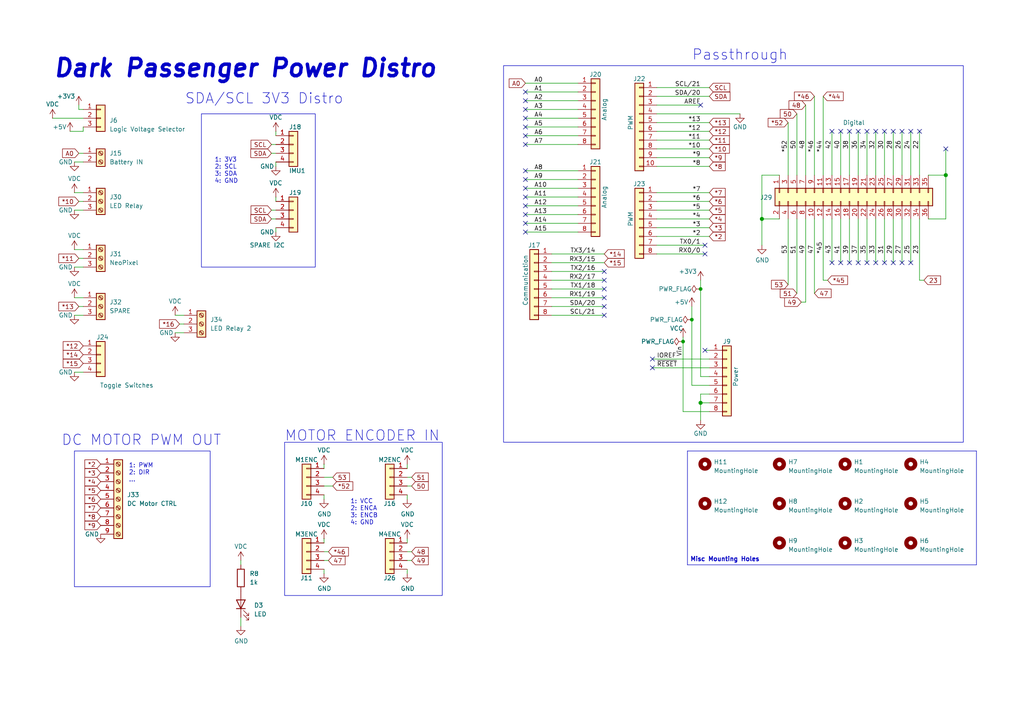
<source format=kicad_sch>
(kicad_sch (version 20250114) (generator "eeschema") (generator_version "9.0")
  (paper "A4")
  (title_block (title "Dark Passenger Power Distro Schematic") (date "2025-03-18") (rev "V2") (comment 1 "Email: ranil.ganlath@gmail.com") (comment 2 "Author: Ranil Ganlath"))
  (lib_symbols
    (symbol "Connector:Screw_Terminal_01x02" (pin_names (offset 1.016) (hide yes))
      (property "Reference" "J" (at 0 2.54 0))
      (property "Value" "Screw_Terminal_01x02" (at 0 -5.08 0))
      (symbol "Screw_Terminal_01x02_1_1"
        (pin passive line (at -5.08 0 0) (length 3.81) (name "Pin_1") (number "1"))
        (pin passive line (at -5.08 -2.54 0) (length 3.81) (name "Pin_2") (number "2"))
      )
    )
    (symbol "Connector:Screw_Terminal_01x03" (pin_names (offset 1.016) (hide yes))
      (property "Reference" "J" (at 0 5.08 0))
      (property "Value" "Screw_Terminal_01x03" (at 0 -5.08 0))
      (symbol "Screw_Terminal_01x03_1_1"
        (pin passive line (at -5.08 2.54 0) (length 3.81) (name "Pin_1") (number "1"))
        (pin passive line (at -5.08 0 0) (length 3.81) (name "Pin_2") (number "2"))
        (pin passive line (at -5.08 -2.54 0) (length 3.81) (name "Pin_3") (number "3"))
      )
    )
    (symbol "Connector:Screw_Terminal_01x09" (pin_names (offset 1.016) (hide yes))
      (property "Reference" "J" (at 0 12.7 0))
      (property "Value" "Screw_Terminal_01x09" (at 0 -12.7 0))
      (symbol "Screw_Terminal_01x09_1_1"
        (pin passive line (at -5.08 10.16 0) (length 3.81) (name "Pin_1") (number "1"))
        (pin passive line (at -5.08 7.62 0) (length 3.81) (name "Pin_2") (number "2"))
        (pin passive line (at -5.08 5.08 0) (length 3.81) (name "Pin_3") (number "3"))
        (pin passive line (at -5.08 2.54 0) (length 3.81) (name "Pin_4") (number "4"))
        (pin passive line (at -5.08 0 0) (length 3.81) (name "Pin_5") (number "5"))
        (pin passive line (at -5.08 -2.54 0) (length 3.81) (name "Pin_6") (number "6"))
        (pin passive line (at -5.08 -5.08 0) (length 3.81) (name "Pin_7") (number "7"))
        (pin passive line (at -5.08 -7.62 0) (length 3.81) (name "Pin_8") (number "8"))
        (pin passive line (at -5.08 -10.16 0) (length 3.81) (name "Pin_9") (number "9"))
      )
    )
    (symbol "Connector_Generic:Conn_01x03" (pin_names (offset 1.016) (hide yes))
      (property "Reference" "J" (at 0 5.08 0))
      (property "Value" "Conn_01x03" (at 0 -5.08 0))
      (symbol "Conn_01x03_1_1"
        (pin passive line (at -5.08 2.54 0) (length 3.81) (name "Pin_1") (number "1"))
        (pin passive line (at -5.08 0 0) (length 3.81) (name "Pin_2") (number "2"))
        (pin passive line (at -5.08 -2.54 0) (length 3.81) (name "Pin_3") (number "3"))
      )
    )
    (symbol "Connector_Generic:Conn_01x04" (pin_names (offset 1.016) (hide yes))
      (property "Reference" "J" (at 0 5.08 0))
      (property "Value" "Conn_01x04" (at 0 -7.62 0))
      (symbol "Conn_01x04_1_1"
        (pin passive line (at -5.08 2.54 0) (length 3.81) (name "Pin_1") (number "1"))
        (pin passive line (at -5.08 0 0) (length 3.81) (name "Pin_2") (number "2"))
        (pin passive line (at -5.08 -2.54 0) (length 3.81) (name "Pin_3") (number "3"))
        (pin passive line (at -5.08 -5.08 0) (length 3.81) (name "Pin_4") (number "4"))
      )
    )
    (symbol "Connector_Generic:Conn_01x08" (pin_names (offset 1.016) (hide yes))
      (property "Reference" "J" (at 0 10.16 0))
      (property "Value" "Conn_01x08" (at 0 -12.7 0))
      (symbol "Conn_01x08_1_1"
        (pin passive line (at -5.08 7.62 0) (length 3.81) (name "Pin_1") (number "1"))
        (pin passive line (at -5.08 5.08 0) (length 3.81) (name "Pin_2") (number "2"))
        (pin passive line (at -5.08 2.54 0) (length 3.81) (name "Pin_3") (number "3"))
        (pin passive line (at -5.08 0 0) (length 3.81) (name "Pin_4") (number "4"))
        (pin passive line (at -5.08 -2.54 0) (length 3.81) (name "Pin_5") (number "5"))
        (pin passive line (at -5.08 -5.08 0) (length 3.81) (name "Pin_6") (number "6"))
        (pin passive line (at -5.08 -7.62 0) (length 3.81) (name "Pin_7") (number "7"))
        (pin passive line (at -5.08 -10.16 0) (length 3.81) (name "Pin_8") (number "8"))
      )
    )
    (symbol "Connector_Generic:Conn_01x10" (pin_names (offset 1.016) (hide yes))
      (property "Reference" "J" (at 0 12.7 0))
      (property "Value" "Conn_01x10" (at 0 -15.24 0))
      (symbol "Conn_01x10_1_1"
        (pin passive line (at -5.08 10.16 0) (length 3.81) (name "Pin_1") (number "1"))
        (pin passive line (at -5.08 7.62 0) (length 3.81) (name "Pin_2") (number "2"))
        (pin passive line (at -5.08 5.08 0) (length 3.81) (name "Pin_3") (number "3"))
        (pin passive line (at -5.08 2.54 0) (length 3.81) (name "Pin_4") (number "4"))
        (pin passive line (at -5.08 0 0) (length 3.81) (name "Pin_5") (number "5"))
        (pin passive line (at -5.08 -2.54 0) (length 3.81) (name "Pin_6") (number "6"))
        (pin passive line (at -5.08 -5.08 0) (length 3.81) (name "Pin_7") (number "7"))
        (pin passive line (at -5.08 -7.62 0) (length 3.81) (name "Pin_8") (number "8"))
        (pin passive line (at -5.08 -10.16 0) (length 3.81) (name "Pin_9") (number "9"))
        (pin passive line (at -5.08 -12.7 0) (length 3.81) (name "Pin_10") (number "10"))
      )
    )
    (symbol "Connector_Generic:Conn_02x18_Odd_Even" (pin_names (offset 1.016) (hide yes))
      (property "Reference" "J" (at 1.27 22.86 0))
      (property "Value" "Conn_02x18_Odd_Even" (at 1.27 -25.4 0))
      (symbol "Conn_02x18_Odd_Even_1_1"
        (pin passive line (at -5.08 20.32 0) (length 3.81) (name "Pin_1") (number "1"))
        (pin passive line (at -5.08 17.78 0) (length 3.81) (name "Pin_3") (number "3"))
        (pin passive line (at -5.08 15.24 0) (length 3.81) (name "Pin_5") (number "5"))
        (pin passive line (at -5.08 12.7 0) (length 3.81) (name "Pin_7") (number "7"))
        (pin passive line (at -5.08 10.16 0) (length 3.81) (name "Pin_9") (number "9"))
        (pin passive line (at -5.08 7.62 0) (length 3.81) (name "Pin_11") (number "11"))
        (pin passive line (at -5.08 5.08 0) (length 3.81) (name "Pin_13") (number "13"))
        (pin passive line (at -5.08 2.54 0) (length 3.81) (name "Pin_15") (number "15"))
        (pin passive line (at -5.08 0 0) (length 3.81) (name "Pin_17") (number "17"))
        (pin passive line (at -5.08 -2.54 0) (length 3.81) (name "Pin_19") (number "19"))
        (pin passive line (at -5.08 -5.08 0) (length 3.81) (name "Pin_21") (number "21"))
        (pin passive line (at -5.08 -7.62 0) (length 3.81) (name "Pin_23") (number "23"))
        (pin passive line (at -5.08 -10.16 0) (length 3.81) (name "Pin_25") (number "25"))
        (pin passive line (at -5.08 -12.7 0) (length 3.81) (name "Pin_27") (number "27"))
        (pin passive line (at -5.08 -15.24 0) (length 3.81) (name "Pin_29") (number "29"))
        (pin passive line (at -5.08 -17.78 0) (length 3.81) (name "Pin_31") (number "31"))
        (pin passive line (at -5.08 -20.32 0) (length 3.81) (name "Pin_33") (number "33"))
        (pin passive line (at -5.08 -22.86 0) (length 3.81) (name "Pin_35") (number "35"))
        (pin passive line (at 7.62 20.32 180) (length 3.81) (name "Pin_2") (number "2"))
        (pin passive line (at 7.62 17.78 180) (length 3.81) (name "Pin_4") (number "4"))
        (pin passive line (at 7.62 15.24 180) (length 3.81) (name "Pin_6") (number "6"))
        (pin passive line (at 7.62 12.7 180) (length 3.81) (name "Pin_8") (number "8"))
        (pin passive line (at 7.62 10.16 180) (length 3.81) (name "Pin_10") (number "10"))
        (pin passive line (at 7.62 7.62 180) (length 3.81) (name "Pin_12") (number "12"))
        (pin passive line (at 7.62 5.08 180) (length 3.81) (name "Pin_14") (number "14"))
        (pin passive line (at 7.62 2.54 180) (length 3.81) (name "Pin_16") (number "16"))
        (pin passive line (at 7.62 0 180) (length 3.81) (name "Pin_18") (number "18"))
        (pin passive line (at 7.62 -2.54 180) (length 3.81) (name "Pin_20") (number "20"))
        (pin passive line (at 7.62 -5.08 180) (length 3.81) (name "Pin_22") (number "22"))
        (pin passive line (at 7.62 -7.62 180) (length 3.81) (name "Pin_24") (number "24"))
        (pin passive line (at 7.62 -10.16 180) (length 3.81) (name "Pin_26") (number "26"))
        (pin passive line (at 7.62 -12.7 180) (length 3.81) (name "Pin_28") (number "28"))
        (pin passive line (at 7.62 -15.24 180) (length 3.81) (name "Pin_30") (number "30"))
        (pin passive line (at 7.62 -17.78 180) (length 3.81) (name "Pin_32") (number "32"))
        (pin passive line (at 7.62 -20.32 180) (length 3.81) (name "Pin_34") (number "34"))
        (pin passive line (at 7.62 -22.86 180) (length 3.81) (name "Pin_36") (number "36"))
      )
    )
    (symbol "Device:R" (pin_numbers (hide yes)) (pin_names (offset 0))
      (property "Reference" "R" (at 2.032 0 90))
      (property "Value" "R" (at 0 0 90))
      (symbol "R_1_1"
        (pin passive line (at 0 3.81 270) (length 1.27) (name "~") (number "1"))
        (pin passive line (at 0 -3.81 90) (length 1.27) (name "~") (number "2"))
      )
    )
    (symbol "LED_1" (pin_numbers (hide yes)) (pin_names (offset 1.016) (hide yes))
      (property "Reference" "D" (at 0 2.54 0))
      (property "Value" "LED" (at 0 -2.54 0))
      (symbol "LED_1_1_1"
        (pin passive line (at -3.81 0 0) (length 2.54) (name "K") (number "1"))
        (pin passive line (at 3.81 0 180) (length 2.54) (name "A") (number "2"))
      )
    )
    (symbol "Mechanical:MountingHole" (pin_names (offset 1.016))
      (property "Reference" "H" (at 0 5.08 0))
      (property "Value" "MountingHole" (at 0 3.175 0))
    )
    (symbol "power:+3V3" (power) (pin_names (offset 0))
      (property "Value" "+3V3" (at 0 3.556 0))
      (symbol "+3V3_1_1"
        (pin power_in line (at 0 0 90) (length 0) (hide yes) (name "+3V3") (number "1"))
      )
    )
    (symbol "power:+5V" (power) (pin_names (offset 0))
      (property "Value" "+5V" (at 0 3.556 0))
      (symbol "+5V_1_1"
        (pin power_in line (at 0 0 90) (length 0) (hide yes) (name "+5V") (number "1"))
      )
    )
    (symbol "power:GND" (power) (pin_names (offset 0))
      (property "Value" "GND" (at 0 -3.81 0))
      (symbol "GND_1_1"
        (pin power_in line (at 0 0 270) (length 0) (hide yes) (name "GND") (number "1"))
      )
    )
    (symbol "power:PWR_FLAG" (power) (pin_numbers (hide yes)) (pin_names (offset 0) (hide yes))
      (property "Value" "PWR_FLAG" (at 0 3.81 0))
      (symbol "PWR_FLAG_0_0"
        (pin power_out line (at 0 0 90) (length 0) (name "pwr") (number "1"))
      )
    )
    (symbol "power:VCC" (power) (pin_names (offset 0))
      (property "Value" "VCC" (at 0 3.81 0))
      (symbol "VCC_1_1"
        (pin power_in line (at 0 0 90) (length 0) (hide yes) (name "VCC") (number "1"))
      )
    )
    (symbol "power:VDC" (power) (pin_numbers (hide yes)) (pin_names (offset 0) (hide yes))
      (property "Value" "VDC" (at 0 3.556 0))
      (symbol "VDC_1_1"
        (pin power_in line (at 0 0 90) (length 0) (name "~") (number "1"))
      )
    )
  )
  (rectangle (start 21.59 130.81) (end 60.96 170.18))
  (rectangle (start 146.05 19.05) (end 279.4 128.27))
  (rectangle (start 58.42 33.02) (end 91.44 77.47))
  (rectangle (start 82.55 128.27) (end 128.27 172.72))
  (text "Misc Mounting Holes" (at 200.152 163.068 0) (effects (font (size 1.27 1.27) (thickness 0.254) (bold yes)) (justify left bottom)))
  (text "DC MOTOR PWM OUT" (at 17.78 129.54 0) (effects (font (size 3 3)) (justify left bottom)))
  (text "Dark Passenger Power Distro" (at 15.24 22.86 0) (effects (font (size 5 5) (thickness 1) (bold yes) (italic yes)) (justify left bottom)))
  (text "MOTOR ENCODER IN" (at 82.55 128.27 0) (effects (font (size 3 3)) (justify left bottom)))
  (text "SDA/SCL 3V3 Distro" (at 53.594 30.48 0) (effects (font (size 3 3)) (justify left bottom)))
  (text "1: 3V3\n2: SCL\n3: SDA\n4: GND\n" (at 62.23 53.34 0) (effects (font (size 1.27 1.27)) (justify left bottom)))
  (text "1: PWM\n2: DIR\n..." (at 37.338 139.954 0) (effects (font (size 1.27 1.27)) (justify left bottom)))
  (text "1: VCC\n2: ENCA\n3: ENCB\n4: GND" (at 101.6 152.4 0) (effects (font (size 1.27 1.27)) (justify left bottom)))
  (text "Passthrough" (at 200.66 17.78 0) (effects (font (size 3 3)) (justify left bottom)))
  (junction (at 274.32 50.8) (diameter 1.016))
  (junction (at 203.2 116.84) (diameter 1.016))
  (junction (at 203.2 83.82))
  (junction (at 200.66 92.71))
  (junction (at 198.12 99.06))
  (junction (at 220.98 63.5) (diameter 1.016))
  (no_connect (at 152.4 26.67))
  (no_connect (at 152.4 49.53))
  (no_connect (at 175.26 91.44))
  (no_connect (at 152.4 39.37))
  (no_connect (at 175.26 83.82))
  (no_connect (at 254 76.2))
  (no_connect (at 152.4 29.21))
  (no_connect (at 204.47 73.66))
  (no_connect (at 243.84 76.2))
  (no_connect (at 243.84 38.1))
  (no_connect (at 152.4 64.77))
  (no_connect (at 189.23 104.14))
  (no_connect (at 264.16 76.2))
  (no_connect (at 256.54 38.1))
  (no_connect (at 241.3 38.1))
  (no_connect (at 175.26 88.9))
  (no_connect (at 259.08 38.1))
  (no_connect (at 175.26 78.74))
  (no_connect (at 266.7 38.1))
  (no_connect (at 204.47 101.6))
  (no_connect (at 248.92 76.2))
  (no_connect (at 152.4 52.07))
  (no_connect (at 251.46 76.2))
  (no_connect (at 254 38.1))
  (no_connect (at 152.4 67.31))
  (no_connect (at 256.54 76.2))
  (no_connect (at 152.4 54.61))
  (no_connect (at 152.4 31.75))
  (no_connect (at 203.2 30.48))
  (no_connect (at 246.38 38.1))
  (no_connect (at 264.16 38.1))
  (no_connect (at 152.4 57.15))
  (no_connect (at 152.4 62.23))
  (no_connect (at 152.4 36.83))
  (no_connect (at 152.4 41.91))
  (no_connect (at 175.26 86.36))
  (no_connect (at 189.23 106.68))
  (no_connect (at 274.32 43.18))
  (no_connect (at 152.4 34.29))
  (no_connect (at 246.38 76.2))
  (no_connect (at 248.92 38.1))
  (no_connect (at 152.4 59.69))
  (no_connect (at 261.62 76.2))
  (no_connect (at 175.26 81.28))
  (no_connect (at 261.62 38.1))
  (no_connect (at 204.47 71.12))
  (no_connect (at 251.46 38.1))
  (no_connect (at 259.08 76.2))
  (no_connect (at 241.3 76.2))
  (wire (pts (xy 93.98 138.43) (xy 96.52 138.43)))
  (wire (pts (xy 22.86 88.9) (xy 24.13 88.9)))
  (wire (pts (xy 190.5 71.12) (xy 204.47 71.12)))
  (wire (pts (xy 160.02 78.74) (xy 175.26 78.74)))
  (wire (pts (xy 22.86 74.93) (xy 24.13 74.93)))
  (wire (pts (xy 160.02 91.44) (xy 175.26 91.44)))
  (wire (pts (xy 269.24 50.8) (xy 274.32 50.8)))
  (wire (pts (xy 93.98 165.1) (xy 93.98 166.37)))
  (wire (pts (xy 190.5 27.94) (xy 205.74 27.94)))
  (wire (pts (xy 119.38 160.02) (xy 118.11 160.02)))
  (wire (pts (xy 167.64 29.21) (xy 152.4 29.21)))
  (wire (pts (xy 190.5 33.02) (xy 214.63 33.02)))
  (wire (pts (xy 167.64 49.53) (xy 152.4 49.53)))
  (wire (pts (xy 226.06 63.5) (xy 220.98 63.5)))
  (wire (pts (xy 264.16 38.1) (xy 264.16 50.8)))
  (wire (pts (xy 266.7 81.28) (xy 267.97 81.28)))
  (polyline (pts (xy 283.21 130.81) (xy 283.21 163.83)))
  (wire (pts (xy 274.32 50.8) (xy 274.32 63.5)))
  (wire (pts (xy 21.59 107.95) (xy 24.13 107.95)))
  (wire (pts (xy 21.59 46.99) (xy 24.13 46.99)))
  (wire (pts (xy 228.6 63.5) (xy 228.6 82.55)))
  (wire (pts (xy 190.5 35.56) (xy 205.74 35.56)))
  (wire (pts (xy 93.98 156.21) (xy 93.98 157.48)))
  (polyline (pts (xy 199.39 130.81) (xy 199.39 163.83)))
  (wire (pts (xy 152.4 31.75) (xy 167.64 31.75)))
  (wire (pts (xy 266.7 38.1) (xy 266.7 50.8)))
  (wire (pts (xy 118.11 143.51) (xy 118.11 144.78)))
  (wire (pts (xy 93.98 143.51) (xy 93.98 144.78)))
  (wire (pts (xy 21.59 55.88) (xy 24.13 55.88)))
  (wire (pts (xy 248.92 38.1) (xy 248.92 50.8)))
  (wire (pts (xy 238.76 27.94) (xy 238.76 50.8)))
  (wire (pts (xy 190.5 55.88) (xy 205.74 55.88)))
  (wire (pts (xy 200.66 88.9) (xy 200.66 92.71)))
  (wire (pts (xy 198.12 99.06) (xy 198.12 97.79)))
  (wire (pts (xy 233.68 63.5) (xy 233.68 87.63)))
  (wire (pts (xy 203.2 81.28) (xy 203.2 83.82)))
  (wire (pts (xy 205.74 119.38) (xy 198.12 119.38)))
  (wire (pts (xy 203.2 116.84) (xy 203.2 121.92)))
  (wire (pts (xy 152.4 41.91) (xy 167.64 41.91)))
  (wire (pts (xy 24.13 36.83) (xy 24.13 38.1)))
  (wire (pts (xy 190.5 68.58) (xy 205.74 68.58)))
  (wire (pts (xy 264.16 63.5) (xy 264.16 76.2)))
  (wire (pts (xy 78.74 60.96) (xy 80.01 60.96)))
  (wire (pts (xy 190.5 63.5) (xy 205.74 63.5)))
  (wire (pts (xy 160.02 73.66) (xy 175.26 73.66)))
  (wire (pts (xy 167.64 54.61) (xy 152.4 54.61)))
  (wire (pts (xy 15.24 34.29) (xy 24.13 34.29)))
  (wire (pts (xy 152.4 67.31) (xy 167.64 67.31)))
  (wire (pts (xy 233.68 87.63) (xy 232.41 87.63)))
  (wire (pts (xy 238.76 63.5) (xy 238.76 81.28)))
  (wire (pts (xy 152.4 52.07) (xy 167.64 52.07)))
  (wire (pts (xy 259.08 38.1) (xy 259.08 50.8)))
  (wire (pts (xy 236.22 27.94) (xy 236.22 50.8)))
  (wire (pts (xy 266.7 63.5) (xy 266.7 81.28)))
  (wire (pts (xy 233.68 30.48) (xy 233.68 50.8)))
  (wire (pts (xy 261.62 63.5) (xy 261.62 76.2)))
  (wire (pts (xy 80.01 46.99) (xy 80.01 48.26)))
  (wire (pts (xy 274.32 63.5) (xy 269.24 63.5)))
  (wire (pts (xy 21.59 72.39) (xy 24.13 72.39)))
  (wire (pts (xy 251.46 63.5) (xy 251.46 76.2)))
  (wire (pts (xy 93.98 140.97) (xy 96.52 140.97)))
  (wire (pts (xy 189.23 106.68) (xy 205.74 106.68)))
  (wire (pts (xy 254 38.1) (xy 254 50.8)))
  (wire (pts (xy 241.3 38.1) (xy 241.3 50.8)))
  (wire (pts (xy 119.38 138.43) (xy 118.11 138.43)))
  (wire (pts (xy 78.74 44.45) (xy 80.01 44.45)))
  (wire (pts (xy 160.02 76.2) (xy 175.26 76.2)))
  (wire (pts (xy 228.6 35.56) (xy 228.6 50.8)))
  (wire (pts (xy 118.11 165.1) (xy 118.11 166.37)))
  (wire (pts (xy 203.2 109.22) (xy 205.74 109.22)))
  (wire (pts (xy 190.5 58.42) (xy 205.74 58.42)))
  (wire (pts (xy 167.64 39.37) (xy 152.4 39.37)))
  (wire (pts (xy 236.22 63.5) (xy 236.22 85.09)))
  (wire (pts (xy 22.86 31.75) (xy 22.86 30.48)))
  (wire (pts (xy 22.86 58.42) (xy 24.13 58.42)))
  (wire (pts (xy 274.32 43.18) (xy 274.32 50.8)))
  (wire (pts (xy 220.98 50.8) (xy 220.98 63.5)))
  (wire (pts (xy 204.47 101.6) (xy 205.74 101.6)))
  (wire (pts (xy 190.5 73.66) (xy 204.47 73.66)))
  (wire (pts (xy 231.14 33.02) (xy 231.14 50.8)))
  (wire (pts (xy 256.54 38.1) (xy 256.54 50.8)))
  (wire (pts (xy 246.38 63.5) (xy 246.38 76.2)))
  (wire (pts (xy 190.5 66.04) (xy 205.74 66.04)))
  (wire (pts (xy 160.02 81.28) (xy 175.26 81.28)))
  (wire (pts (xy 205.74 114.3) (xy 203.2 114.3)))
  (wire (pts (xy 152.4 36.83) (xy 167.64 36.83)))
  (wire (pts (xy 251.46 38.1) (xy 251.46 50.8)))
  (wire (pts (xy 78.74 63.5) (xy 80.01 63.5)))
  (wire (pts (xy 203.2 83.82) (xy 203.2 109.22)))
  (wire (pts (xy 93.98 134.62) (xy 93.98 135.89)))
  (wire (pts (xy 21.59 86.36) (xy 24.13 86.36)))
  (wire (pts (xy 21.59 91.44) (xy 24.13 91.44)))
  (wire (pts (xy 152.4 57.15) (xy 167.64 57.15)))
  (wire (pts (xy 21.59 60.96) (xy 24.13 60.96)))
  (wire (pts (xy 241.3 63.5) (xy 241.3 76.2)))
  (wire (pts (xy 152.4 62.23) (xy 167.64 62.23)))
  (wire (pts (xy 256.54 63.5) (xy 256.54 76.2)))
  (wire (pts (xy 190.5 60.96) (xy 205.74 60.96)))
  (wire (pts (xy 119.38 162.56) (xy 118.11 162.56)))
  (wire (pts (xy 243.84 38.1) (xy 243.84 50.8)))
  (wire (pts (xy 259.08 63.5) (xy 259.08 76.2)))
  (polyline (pts (xy 283.21 163.83) (xy 199.39 163.83)))
  (wire (pts (xy 167.64 59.69) (xy 152.4 59.69)))
  (wire (pts (xy 246.38 38.1) (xy 246.38 50.8)))
  (wire (pts (xy 190.5 48.26) (xy 205.74 48.26)))
  (wire (pts (xy 50.8 96.52) (xy 53.34 96.52)))
  (wire (pts (xy 80.01 66.04) (xy 80.01 67.31)))
  (wire (pts (xy 24.13 31.75) (xy 22.86 31.75)))
  (wire (pts (xy 198.12 99.06) (xy 198.12 119.38)))
  (wire (pts (xy 190.5 25.4) (xy 205.74 25.4)))
  (wire (pts (xy 226.06 50.8) (xy 220.98 50.8)))
  (wire (pts (xy 190.5 43.18) (xy 205.74 43.18)))
  (wire (pts (xy 167.64 34.29) (xy 152.4 34.29)))
  (wire (pts (xy 200.66 92.71) (xy 200.66 111.76)))
  (wire (pts (xy 160.02 83.82) (xy 175.26 83.82)))
  (wire (pts (xy 160.02 88.9) (xy 175.26 88.9)))
  (wire (pts (xy 118.11 134.62) (xy 118.11 135.89)))
  (wire (pts (xy 118.11 156.21) (xy 118.11 157.48)))
  (wire (pts (xy 248.92 63.5) (xy 248.92 76.2)))
  (wire (pts (xy 80.01 57.15) (xy 80.01 58.42)))
  (wire (pts (xy 69.85 179.07) (xy 69.85 181.61)))
  (wire (pts (xy 69.85 163.83) (xy 69.85 162.56)))
  (wire (pts (xy 220.98 63.5) (xy 220.98 71.12)))
  (wire (pts (xy 119.38 140.97) (xy 118.11 140.97)))
  (wire (pts (xy 24.13 38.1) (xy 20.32 38.1)))
  (wire (pts (xy 80.01 38.1) (xy 80.01 39.37)))
  (wire (pts (xy 190.5 40.64) (xy 205.74 40.64)))
  (wire (pts (xy 261.62 38.1) (xy 261.62 50.8)))
  (wire (pts (xy 190.5 45.72) (xy 205.74 45.72)))
  (polyline (pts (xy 199.39 130.81) (xy 283.21 130.81)))
  (wire (pts (xy 167.64 24.13) (xy 152.4 24.13)))
  (wire (pts (xy 95.25 162.56) (xy 93.98 162.56)))
  (wire (pts (xy 254 63.5) (xy 254 76.2)))
  (wire (pts (xy 231.14 63.5) (xy 231.14 85.09)))
  (wire (pts (xy 243.84 63.5) (xy 243.84 76.2)))
  (wire (pts (xy 22.86 44.45) (xy 24.13 44.45)))
  (wire (pts (xy 238.76 81.28) (xy 240.03 81.28)))
  (wire (pts (xy 190.5 30.48) (xy 203.2 30.48)))
  (wire (pts (xy 152.4 26.67) (xy 167.64 26.67)))
  (wire (pts (xy 78.74 41.91) (xy 80.01 41.91)))
  (wire (pts (xy 205.74 116.84) (xy 203.2 116.84)))
  (wire (pts (xy 50.8 91.44) (xy 53.34 91.44)))
  (wire (pts (xy 52.07 93.98) (xy 53.34 93.98)))
  (wire (pts (xy 200.66 111.76) (xy 205.74 111.76)))
  (wire (pts (xy 21.59 77.47) (xy 24.13 77.47)))
  (wire (pts (xy 167.64 64.77) (xy 152.4 64.77)))
  (wire (pts (xy 190.5 38.1) (xy 205.74 38.1)))
  (wire (pts (xy 160.02 86.36) (xy 175.26 86.36)))
  (wire (pts (xy 95.25 160.02) (xy 93.98 160.02)))
  (wire (pts (xy 189.23 104.14) (xy 205.74 104.14)))
  (wire (pts (xy 203.2 114.3) (xy 203.2 116.84)))
  (label "A7" (at 154.94 41.91 0))
  (label "34" (at 251.46 40.64 270))
  (label "48" (at 233.68 40.64 270))
  (label "*52" (at 228.6 40.64 270))
  (label "Vin" (at 198.12 100.33 270))
  (label "32" (at 254 40.64 270))
  (label "RX0{slash}0" (at 203.2 73.66 180))
  (label "AREF" (at 203.2 30.48 180))
  (label "40" (at 243.84 40.64 270))
  (label "42" (at 241.3 40.64 270))
  (label "23" (at 266.7 73.66 90))
  (label "*8" (at 203.2 48.26 180))
  (label "33" (at 254 73.66 90))
  (label "35" (at 251.46 73.66 90))
  (label "A1" (at 154.94 26.67 0))
  (label "~{RESET}" (at 190.5 106.68 0))
  (label "A6" (at 154.94 39.37 0))
  (label "*45" (at 238.76 73.66 90))
  (label "SDA{slash}20" (at 172.72 88.9 180))
  (label "22" (at 266.7 40.64 270))
  (label "*10" (at 203.2 43.18 180))
  (label "A13" (at 154.94 62.23 0))
  (label "28" (at 259.08 40.64 270))
  (label "*13" (at 203.2 35.56 180))
  (label "TX1{slash}18" (at 172.72 83.82 180))
  (label "*3" (at 203.2 66.04 180))
  (label "31" (at 256.54 73.66 90))
  (label "24" (at 264.16 40.64 270))
  (label "A11" (at 154.94 57.15 0))
  (label "53" (at 228.6 73.66 90))
  (label "A15" (at 154.94 67.31 0))
  (label "27" (at 261.62 73.66 90))
  (label "A2" (at 154.94 29.21 0))
  (label "47" (at 236.22 73.66 90))
  (label "37" (at 248.92 73.66 90))
  (label "30" (at 256.54 40.64 270))
  (label "A4" (at 154.94 34.29 0))
  (label "26" (at 261.62 40.64 270))
  (label "A12" (at 154.94 59.69 0))
  (label "49" (at 233.68 73.66 90))
  (label "36" (at 248.92 40.64 270))
  (label "43" (at 241.3 73.66 90))
  (label "*9" (at 203.2 45.72 180))
  (label "A10" (at 154.94 54.61 0))
  (label "*12" (at 203.2 38.1 180))
  (label "*2" (at 203.2 68.58 180))
  (label "38" (at 246.38 40.64 270))
  (label "51" (at 231.14 73.66 90))
  (label "RX1{slash}19" (at 172.72 86.36 180))
  (label "RX2{slash}17" (at 172.72 81.28 180))
  (label "*44" (at 238.76 40.64 270))
  (label "TX0{slash}1" (at 203.2 71.12 180))
  (label "*6" (at 203.2 58.42 180))
  (label "50" (at 231.14 40.64 270))
  (label "A0" (at 154.94 24.13 0))
  (label "TX2{slash}16" (at 172.72 78.74 180))
  (label "39" (at 246.38 73.66 90))
  (label "*11" (at 203.2 40.64 180))
  (label "29" (at 259.08 73.66 90))
  (label "IOREF" (at 190.5 104.14 0))
  (label "*46" (at 236.22 40.64 270))
  (label "A8" (at 154.94 49.53 0))
  (label "A14" (at 154.94 64.77 0))
  (label "A5" (at 154.94 36.83 0))
  (label "A3" (at 154.94 31.75 0))
  (label "A9" (at 154.94 52.07 0))
  (label "SDA{slash}20" (at 203.2 27.94 180))
  (label "RX3{slash}15" (at 172.72 76.2 180))
  (label "SCL{slash}21" (at 203.2 25.4 180))
  (label "*5" (at 203.2 60.96 180))
  (label "*4" (at 203.2 63.5 180))
  (label "TX3{slash}14" (at 172.72 73.66 180))
  (label "*7" (at 203.2 55.88 180))
  (label "25" (at 264.16 73.66 90))
  (label "SCL{slash}21" (at 172.72 91.44 180))
  (label "41" (at 243.84 73.66 90))
  (global_label "*13" (shape input) (at 22.86 88.9 180) (property "Intersheetrefs" "${INTERSHEET_REFS}" (effects (hide yes))))
  (global_label "*15" (shape input) (at 24.13 105.41 180) (property "Intersheetrefs" "${INTERSHEET_REFS}" (effects (hide yes))))
  (global_label "*6" (shape input) (at 29.21 144.78 180) (property "Intersheetrefs" "${INTERSHEET_REFS}" (effects (hide yes))))
  (global_label "*46" (shape input) (at 236.22 27.94 180) (property "Intersheetrefs" "${INTERSHEET_REFS}" (effects (hide yes))))
  (global_label "*10" (shape input) (at 205.74 43.18 0) (property "Intersheetrefs" "${INTERSHEET_REFS}" (effects (hide yes))))
  (global_label "*11" (shape input) (at 205.74 40.64 0) (property "Intersheetrefs" "${INTERSHEET_REFS}" (effects (hide yes))))
  (global_label "48" (shape input) (at 119.38 160.02 0) (property "Intersheetrefs" "${INTERSHEET_REFS}" (effects (hide yes))))
  (global_label "51" (shape input) (at 119.38 138.43 0) (property "Intersheetrefs" "${INTERSHEET_REFS}" (effects (hide yes))))
  (global_label "*13" (shape input) (at 205.74 35.56 0) (property "Intersheetrefs" "${INTERSHEET_REFS}" (effects (hide yes))))
  (global_label "*6" (shape input) (at 205.74 58.42 0) (property "Intersheetrefs" "${INTERSHEET_REFS}" (effects (hide yes))))
  (global_label "*5" (shape input) (at 29.21 142.24 180) (property "Intersheetrefs" "${INTERSHEET_REFS}" (effects (hide yes))))
  (global_label "*12" (shape input) (at 205.74 38.1 0) (property "Intersheetrefs" "${INTERSHEET_REFS}" (effects (hide yes))))
  (global_label "*14" (shape input) (at 24.13 102.87 180) (property "Intersheetrefs" "${INTERSHEET_REFS}" (effects (hide yes))))
  (global_label "SDA" (shape input) (at 78.74 63.5 180) (property "Intersheetrefs" "${INTERSHEET_REFS}" (effects (hide yes))))
  (global_label "*16" (shape input) (at 52.07 93.98 180) (property "Intersheetrefs" "${INTERSHEET_REFS}" (effects (hide yes))))
  (global_label "*46" (shape input) (at 95.25 160.02 0) (property "Intersheetrefs" "${INTERSHEET_REFS}" (effects (hide yes))))
  (global_label "*14" (shape input) (at 175.26 73.66 0) (property "Intersheetrefs" "${INTERSHEET_REFS}" (effects (hide yes))))
  (global_label "*12" (shape input) (at 24.13 100.33 180) (property "Intersheetrefs" "${INTERSHEET_REFS}" (effects (hide yes))))
  (global_label "SCL" (shape input) (at 78.74 60.96 180) (property "Intersheetrefs" "${INTERSHEET_REFS}" (effects (hide yes))))
  (global_label "*2" (shape input) (at 29.21 134.62 180) (property "Intersheetrefs" "${INTERSHEET_REFS}" (effects (hide yes))))
  (global_label "49" (shape input) (at 232.41 87.63 180) (property "Intersheetrefs" "${INTERSHEET_REFS}" (effects (hide yes))))
  (global_label "SCL" (shape input) (at 78.74 41.91 180) (property "Intersheetrefs" "${INTERSHEET_REFS}" (effects (hide yes))))
  (global_label "48" (shape input) (at 233.68 30.48 180) (property "Intersheetrefs" "${INTERSHEET_REFS}" (effects (hide yes))))
  (global_label "50" (shape input) (at 231.14 33.02 180) (property "Intersheetrefs" "${INTERSHEET_REFS}" (effects (hide yes))))
  (global_label "*52" (shape input) (at 96.52 140.97 0) (property "Intersheetrefs" "${INTERSHEET_REFS}" (effects (hide yes))))
  (global_label "*9" (shape input) (at 29.21 152.4 180) (property "Intersheetrefs" "${INTERSHEET_REFS}" (effects (hide yes))))
  (global_label "*4" (shape input) (at 205.74 63.5 0) (property "Intersheetrefs" "${INTERSHEET_REFS}" (effects (hide yes))))
  (global_label "47" (shape input) (at 236.22 85.09 0) (property "Intersheetrefs" "${INTERSHEET_REFS}" (effects (hide yes))))
  (global_label "*3" (shape input) (at 29.21 137.16 180) (property "Intersheetrefs" "${INTERSHEET_REFS}" (effects (hide yes))))
  (global_label "*3" (shape input) (at 205.74 66.04 0) (property "Intersheetrefs" "${INTERSHEET_REFS}" (effects (hide yes))))
  (global_label "47" (shape input) (at 95.25 162.56 0) (property "Intersheetrefs" "${INTERSHEET_REFS}" (effects (hide yes))))
  (global_label "50" (shape input) (at 119.38 140.97 0) (property "Intersheetrefs" "${INTERSHEET_REFS}" (effects (hide yes))))
  (global_label "49" (shape input) (at 119.38 162.56 0) (property "Intersheetrefs" "${INTERSHEET_REFS}" (effects (hide yes))))
  (global_label "*8" (shape input) (at 205.74 48.26 0) (property "Intersheetrefs" "${INTERSHEET_REFS}" (effects (hide yes))))
  (global_label "*45" (shape input) (at 240.03 81.28 0) (property "Intersheetrefs" "${INTERSHEET_REFS}" (effects (hide yes))))
  (global_label "*5" (shape input) (at 205.74 60.96 0) (property "Intersheetrefs" "${INTERSHEET_REFS}" (effects (hide yes))))
  (global_label "53" (shape input) (at 96.52 138.43 0) (property "Intersheetrefs" "${INTERSHEET_REFS}" (effects (hide yes))))
  (global_label "*9" (shape input) (at 205.74 45.72 0) (property "Intersheetrefs" "${INTERSHEET_REFS}" (effects (hide yes))))
  (global_label "*4" (shape input) (at 29.21 139.7 180) (property "Intersheetrefs" "${INTERSHEET_REFS}" (effects (hide yes))))
  (global_label "*11" (shape input) (at 22.86 74.93 180) (property "Intersheetrefs" "${INTERSHEET_REFS}" (effects (hide yes))))
  (global_label "*52" (shape input) (at 228.6 35.56 180) (property "Intersheetrefs" "${INTERSHEET_REFS}" (effects (hide yes))))
  (global_label "*8" (shape input) (at 29.21 149.86 180) (property "Intersheetrefs" "${INTERSHEET_REFS}" (effects (hide yes))))
  (global_label "51" (shape input) (at 231.14 85.09 180) (property "Intersheetrefs" "${INTERSHEET_REFS}" (effects (hide yes))))
  (global_label "*15" (shape input) (at 175.26 76.2 0) (property "Intersheetrefs" "${INTERSHEET_REFS}" (effects (hide yes))))
  (global_label "SDA" (shape input) (at 205.74 27.94 0) (property "Intersheetrefs" "${INTERSHEET_REFS}" (effects (hide yes))))
  (global_label "A0" (shape input) (at 152.4 24.13 180) (property "Intersheetrefs" "${INTERSHEET_REFS}" (effects (hide yes))))
  (global_label "*10" (shape input) (at 22.86 58.42 180) (property "Intersheetrefs" "${INTERSHEET_REFS}" (effects (hide yes))))
  (global_label "SCL" (shape input) (at 205.74 25.4 0) (property "Intersheetrefs" "${INTERSHEET_REFS}" (effects (hide yes))))
  (global_label "*44" (shape input) (at 238.76 27.94 0) (property "Intersheetrefs" "${INTERSHEET_REFS}" (effects (hide yes))))
  (global_label "A0" (shape input) (at 22.86 44.45 180) (property "Intersheetrefs" "${INTERSHEET_REFS}" (effects (hide yes))))
  (global_label "*7" (shape input) (at 29.21 147.32 180) (property "Intersheetrefs" "${INTERSHEET_REFS}" (effects (hide yes))))
  (global_label "53" (shape input) (at 228.6 82.55 180) (property "Intersheetrefs" "${INTERSHEET_REFS}" (effects (hide yes))))
  (global_label "*7" (shape input) (at 205.74 55.88 0) (property "Intersheetrefs" "${INTERSHEET_REFS}" (effects (hide yes))))
  (global_label "23" (shape input) (at 267.97 81.28 0) (property "Intersheetrefs" "${INTERSHEET_REFS}" (effects (hide yes))))
  (global_label "SDA" (shape input) (at 78.74 44.45 180) (property "Intersheetrefs" "${INTERSHEET_REFS}" (effects (hide yes))))
  (global_label "*2" (shape input) (at 205.74 68.58 0) (property "Intersheetrefs" "${INTERSHEET_REFS}" (effects (hide yes))))
  (symbol (lib_id "power:+3V3") (at 203.2 81.28 0) (unit 1)
    (property "Reference" "#PWR010" (effects (hide yes)))
    (property "Value" "+3V3" (at 196.85 78.74 0) (effects (justify left)))
  )
  (symbol (lib_id "power:VDC") (at 93.98 156.21 0) (unit 1)
    (property "Reference" "#PWR018" (effects (hide yes)))
    (property "Value" "VDC" (at 93.98 152.146 0))
    (property "Description" "Power symbol creates a global label with name \"VDC\"" (effects (hide yes)))
  )
  (symbol (lib_id "Connector:Screw_Terminal_01x02") (at 29.21 44.45 0) (unit 1)
    (property "Reference" "J15" (at 31.75 44.4499 0) (effects (justify left)))
    (property "Value" "Battery IN" (at 31.75 46.9899 0) (effects (justify left)))
    (property "Footprint" "TerminalBlock_Phoenix:TerminalBlock_Phoenix_MPT-0,5-2-2.54_1x02_P2.54mm_Horizontal" (effects (hide yes)))
  )
  (symbol (lib_id "Device:R") (at 69.85 167.64 0) (unit 1)
    (property "Reference" "R8" (at 72.39 166.3699 0) (effects (justify left)))
    (property "Value" "1k" (at 72.39 168.9099 0) (effects (justify left)))
    (property "Footprint" "Resistor_SMD:R_1206_3216Metric_Pad1.30x1.75mm_HandSolder" (effects (hide yes)))
  )
  (symbol (lib_id "power:GND") (at 80.01 67.31 0) (unit 1)
    (property "Reference" "#PWR035" (effects (hide yes)))
    (property "Value" "GND" (at 77.47 67.31 0))
  )
  (symbol (lib_id "Connector_Generic:Conn_01x04") (at 85.09 41.91 0) (unit 1)
    (property "Reference" "J18" (at 83.82 36.83 0) (effects (justify left)))
    (property "Value" "IMU1" (at 83.82 49.53 0) (effects (justify left)))
    (property "Footprint" "Connector_PinSocket_2.54mm:PinSocket_1x04_P2.54mm_Vertical" (effects (hide yes)))
  )
  (symbol (lib_id "power:GND") (at 21.59 107.95 0) (unit 1)
    (property "Reference" "#PWR039" (effects (hide yes)))
    (property "Value" "GND" (at 19.05 107.95 0))
  )
  (symbol (lib_id "Connector_Generic:Conn_01x08") (at 185.42 63.5 0) (mirror y) (unit 1)
    (property "Reference" "J23" (at 185.42 53.34 0))
    (property "Value" "PWM" (at 182.88 63.5 90))
    (property "Footprint" "Connector_PinSocket_2.54mm:PinSocket_1x08_P2.54mm_Vertical" (effects (hide yes)))
  )
  (symbol (lib_id "Connector_Generic:Conn_01x03") (at 29.21 34.29 0) (unit 1)
    (property "Reference" "J6" (at 31.75 34.925 0) (effects (justify left)))
    (property "Value" "Logic Voltage Selector" (at 31.75 37.465 0) (effects (justify left)))
    (property "Footprint" "Connector_PinSocket_2.54mm:PinSocket_1x03_P2.54mm_Vertical" (effects (hide yes)))
    (property "Description" "Generic connector, single row, 01x03, script generated (kicad-library-utils/schlib/autogen/connector/)" (effects (hide yes)))
  )
  (symbol (lib_id "power:GND") (at 93.98 144.78 0) (unit 1)
    (property "Reference" "#PWR019" (effects (hide yes)))
    (property "Value" "GND" (at 94.0943 149.1044 0))
  )
  (symbol (lib_id "power:VDC") (at 50.8 91.44 0) (unit 1)
    (property "Reference" "#PWR023" (effects (hide yes)))
    (property "Value" "VDC" (at 50.8 87.376 0))
    (property "Description" "Power symbol creates a global label with name \"VDC\"" (effects (hide yes)))
  )
  (symbol (lib_id "power:PWR_FLAG") (at 198.12 99.06 90) (unit 1)
    (property "Reference" "#FLG03" (effects (hide yes)))
    (property "Value" "PWR_FLAG" (at 195.58 99.06 90) (effects (justify left)))
  )
  (symbol (lib_id "power:GND") (at 80.01 48.26 0) (unit 1)
    (property "Reference" "#PWR033" (effects (hide yes)))
    (property "Value" "GND" (at 77.47 48.26 0))
  )
  (symbol (lib_id "power:+5V") (at 20.32 38.1 0) (unit 1)
    (property "Reference" "#PWR012" (effects (hide yes)))
    (property "Value" "+5V" (at 15.24 36.83 0) (effects (justify left)))
  )
  (symbol (lib_id "Connector_Generic:Conn_01x04") (at 113.03 160.02 0) (mirror y) (unit 1)
    (property "Reference" "J26" (at 113.03 167.64 0))
    (property "Value" "M4ENC" (at 113.03 154.94 0))
    (property "Footprint" "Connector_PinSocket_2.54mm:PinSocket_1x04_P2.54mm_Vertical" (effects (hide yes)))
  )
  (symbol (lib_id "power:VDC") (at 21.59 55.88 0) (unit 1)
    (property "Reference" "#PWR06" (effects (hide yes)))
    (property "Value" "VDC" (at 21.59 51.816 0))
    (property "Description" "Power symbol creates a global label with name \"VDC\"" (effects (hide yes)))
  )
  (symbol (lib_id "power:PWR_FLAG") (at 203.2 83.82 90) (unit 1)
    (property "Reference" "#FLG05" (effects (hide yes)))
    (property "Value" "PWR_FLAG" (at 200.66 83.82 90) (effects (justify left)))
  )
  (symbol (lib_id "power:GND") (at 50.8 96.52 0) (unit 1)
    (property "Reference" "#PWR041" (effects (hide yes)))
    (property "Value" "GND" (at 48.26 96.52 0))
  )
  (symbol (lib_id "Connector:Screw_Terminal_01x09") (at 34.29 144.78 0) (unit 1)
    (property "Reference" "J33" (at 36.83 143.5099 0) (effects (justify left)))
    (property "Value" "DC Motor CTRL" (at 36.83 146.0499 0) (effects (justify left)))
    (property "Footprint" "TerminalBlock_Phoenix:TerminalBlock_Phoenix_MPT-0,5-9-2.54_1x09_P2.54mm_Horizontal" (effects (hide yes)))
    (property "Description" "Generic screw terminal, single row, 01x09, script generated (kicad-library-utils/schlib/autogen/connector/)" (effects (hide yes)))
  )
  (symbol (lib_id "power:GND") (at 69.85 181.61 0) (unit 1)
    (property "Reference" "#PWR022" (effects (hide yes)))
    (property "Value" "GND" (at 69.9643 185.9344 0))
  )
  (symbol (lib_id "Mechanical:MountingHole") (at 245.11 146.05 0) (unit 1)
    (property "Reference" "H2" (at 247.65 145.415 0) (effects (justify left)))
    (property "Value" "MountingHole" (at 247.65 147.955 0) (effects (justify left)))
    (property "Footprint" "MountingHole:MountingHole_3mm" (effects (hide yes)))
  )
  (symbol (lib_id "Connector_Generic:Conn_01x04") (at 113.03 138.43 0) (mirror y) (unit 1)
    (property "Reference" "J16" (at 113.03 146.05 0))
    (property "Value" "M2ENC" (at 113.03 133.35 0))
    (property "Footprint" "Connector_PinSocket_2.54mm:PinSocket_1x04_P2.54mm_Vertical" (effects (hide yes)))
  )
  (symbol (lib_id "Mechanical:MountingHole") (at 245.11 134.62 0) (unit 1)
    (property "Reference" "H1" (at 247.65 133.985 0) (effects (justify left)))
    (property "Value" "MountingHole" (at 247.65 136.525 0) (effects (justify left)))
    (property "Footprint" "MountingHole:MountingHole_3mm" (effects (hide yes)))
  )
  (symbol (lib_id "power:GND") (at 214.63 33.02 0) (unit 1)
    (property "Reference" "#PWR042" (effects (hide yes)))
    (property "Value" "GND" (at 214.63 36.83 0))
  )
  (symbol (lib_id "power:+5V") (at 200.66 88.9 0) (unit 1)
    (property "Reference" "#PWR09" (effects (hide yes)))
    (property "Value" "+5V" (at 195.58 87.63 0) (effects (justify left)))
  )
  (symbol (lib_id "power:VDC") (at 21.59 86.36 0) (unit 1)
    (property "Reference" "#PWR014" (effects (hide yes)))
    (property "Value" "VDC" (at 21.59 82.296 0))
    (property "Description" "Power symbol creates a global label with name \"VDC\"" (effects (hide yes)))
  )
  (symbol (lib_id "Connector:Screw_Terminal_01x03") (at 29.21 88.9 0) (unit 1)
    (property "Reference" "J32" (at 31.75 87.6299 0) (effects (justify left)))
    (property "Value" "SPARE" (at 31.75 90.1699 0) (effects (justify left)))
    (property "Footprint" "TerminalBlock_Phoenix:TerminalBlock_Phoenix_MPT-0,5-3-2.54_1x03_P2.54mm_Horizontal" (effects (hide yes)))
    (property "Description" "Generic screw terminal, single row, 01x03, script generated (kicad-library-utils/schlib/autogen/connector/)" (effects (hide yes)))
  )
  (symbol (lib_name "LED_1") (lib_id "Device:LED") (at 69.85 175.26 90) (unit 1)
    (property "Reference" "D3" (at 73.66 175.5774 90) (effects (justify right)))
    (property "Value" "LED" (at 73.66 178.1174 90) (effects (justify right)))
    (property "Footprint" "LED_SMD:LED_1206_3216Metric_Pad1.42x1.75mm_HandSolder" (effects (hide yes)))
    (property "Description" "Light emitting diode" (effects (hide yes)))
    (property "Sim.Pins" "1=K 2=A" (effects (hide yes)))
  )
  (symbol (lib_id "power:VDC") (at 80.01 38.1 0) (unit 1)
    (property "Reference" "#PWR04" (effects (hide yes)))
    (property "Value" "VDC" (at 80.01 34.036 0))
    (property "Description" "Power symbol creates a global label with name \"VDC\"" (effects (hide yes)))
  )
  (symbol (lib_id "Connector_Generic:Conn_02x18_Odd_Even") (at 246.38 55.88 90) (mirror x) (unit 1)
    (property "Reference" "J29" (at 224.0279 57.2706 90) (effects (justify left)))
    (property "Value" "Digital" (at 247.65 35.56 90))
    (property "Footprint" "Connector_PinSocket_2.54mm:PinSocket_2x18_P2.54mm_Vertical" (effects (hide yes)))
  )
  (symbol (lib_id "Mechanical:MountingHole") (at 226.06 146.05 0) (unit 1)
    (property "Reference" "H8" (at 228.6 145.415 0) (effects (justify left)))
    (property "Value" "MountingHole" (at 228.6 147.955 0) (effects (justify left)))
    (property "Footprint" "MountingHole:MountingHole_3mm" (effects (hide yes)))
  )
  (symbol (lib_id "power:GND") (at 203.2 121.92 0) (unit 1)
    (property "Reference" "#PWR011" (effects (hide yes)))
    (property "Value" "GND" (at 203.2 125.73 0))
  )
  (symbol (lib_id "Mechanical:MountingHole") (at 204.47 146.05 0) (unit 1)
    (property "Reference" "H12" (at 207.01 145.415 0) (effects (justify left)))
    (property "Value" "MountingHole" (at 207.01 147.955 0) (effects (justify left)))
    (property "Footprint" "MountingHole:MountingHole_3mm" (effects (hide yes)))
  )
  (symbol (lib_id "power:VDC") (at 118.11 134.62 0) (unit 1)
    (property "Reference" "#PWR016" (effects (hide yes)))
    (property "Value" "VDC" (at 118.11 130.556 0))
    (property "Description" "Power symbol creates a global label with name \"VDC\"" (effects (hide yes)))
  )
  (symbol (lib_id "power:VDC") (at 118.11 156.21 0) (unit 1)
    (property "Reference" "#PWR017" (effects (hide yes)))
    (property "Value" "VDC" (at 118.11 152.146 0))
    (property "Description" "Power symbol creates a global label with name \"VDC\"" (effects (hide yes)))
  )
  (symbol (lib_id "power:GND") (at 21.59 46.99 0) (unit 1)
    (property "Reference" "#PWR034" (effects (hide yes)))
    (property "Value" "GND" (at 19.05 46.99 0))
  )
  (symbol (lib_id "power:VCC") (at 198.12 97.79 0) (unit 1)
    (property "Reference" "#PWR08" (effects (hide yes)))
    (property "Value" "VCC" (at 194.31 95.25 0) (effects (justify left)))
  )
  (symbol (lib_id "power:VDC") (at 80.01 57.15 0) (unit 1)
    (property "Reference" "#PWR05" (effects (hide yes)))
    (property "Value" "VDC" (at 80.01 53.086 0))
    (property "Description" "Power symbol creates a global label with name \"VDC\"" (effects (hide yes)))
  )
  (symbol (lib_id "Connector_Generic:Conn_01x08") (at 210.82 109.22 0) (unit 1)
    (property "Reference" "J9" (at 210.82 99.06 0))
    (property "Value" "Power" (at 213.36 109.22 90))
    (property "Footprint" "Connector_PinSocket_2.54mm:PinSocket_1x08_P2.54mm_Vertical" (effects (hide yes)))
  )
  (symbol (lib_id "power:PWR_FLAG") (at 200.66 92.71 90) (unit 1)
    (property "Reference" "#FLG04" (effects (hide yes)))
    (property "Value" "PWR_FLAG" (at 198.12 92.71 90) (effects (justify left)))
  )
  (symbol (lib_id "power:GND") (at 21.59 60.96 0) (unit 1)
    (property "Reference" "#PWR036" (effects (hide yes)))
    (property "Value" "GND" (at 19.05 60.96 0))
  )
  (symbol (lib_id "Connector_Generic:Conn_01x04") (at 88.9 138.43 0) (mirror y) (unit 1)
    (property "Reference" "J10" (at 88.9 146.05 0))
    (property "Value" "M1ENC" (at 88.9 133.35 0))
    (property "Footprint" "Connector_PinSocket_2.54mm:PinSocket_1x04_P2.54mm_Vertical" (effects (hide yes)))
  )
  (symbol (lib_id "Connector_Generic:Conn_01x04") (at 88.9 160.02 0) (mirror y) (unit 1)
    (property "Reference" "J11" (at 88.9 167.64 0))
    (property "Value" "M3ENC" (at 88.9 154.94 0))
    (property "Footprint" "Connector_PinSocket_2.54mm:PinSocket_1x04_P2.54mm_Vertical" (effects (hide yes)))
  )
  (symbol (lib_id "Connector:Screw_Terminal_01x03") (at 29.21 58.42 0) (unit 1)
    (property "Reference" "J30" (at 31.75 57.1499 0) (effects (justify left)))
    (property "Value" "LED Relay" (at 31.75 59.6899 0) (effects (justify left)))
    (property "Footprint" "TerminalBlock_Phoenix:TerminalBlock_Phoenix_MPT-0,5-3-2.54_1x03_P2.54mm_Horizontal" (effects (hide yes)))
    (property "Description" "Generic screw terminal, single row, 01x03, script generated (kicad-library-utils/schlib/autogen/connector/)" (effects (hide yes)))
  )
  (symbol (lib_id "power:GND") (at 21.59 77.47 0) (unit 1)
    (property "Reference" "#PWR037" (effects (hide yes)))
    (property "Value" "GND" (at 19.05 77.47 0))
  )
  (symbol (lib_id "Connector_Generic:Conn_01x08") (at 154.94 81.28 0) (mirror y) (unit 1)
    (property "Reference" "J17" (at 154.94 71.12 0))
    (property "Value" "Communication" (at 152.4 81.28 90))
    (property "Footprint" "Connector_PinSocket_2.54mm:PinSocket_1x08_P2.54mm_Vertical" (effects (hide yes)))
  )
  (symbol (lib_id "Connector_Generic:Conn_01x10") (at 185.42 35.56 0) (mirror y) (unit 1)
    (property "Reference" "J22" (at 185.42 22.86 0))
    (property "Value" "PWM" (at 182.88 35.56 90))
    (property "Footprint" "Connector_PinSocket_2.54mm:PinSocket_1x10_P2.54mm_Vertical" (effects (hide yes)))
  )
  (symbol (lib_id "Connector_Generic:Conn_01x08") (at 172.72 57.15 0) (unit 1)
    (property "Reference" "J21" (at 172.72 46.99 0))
    (property "Value" "Analog" (at 175.26 57.15 90))
    (property "Footprint" "Connector_PinSocket_2.54mm:PinSocket_1x08_P2.54mm_Vertical" (effects (hide yes)))
  )
  (symbol (lib_id "Mechanical:MountingHole") (at 226.06 134.62 0) (unit 1)
    (property "Reference" "H7" (at 228.6 133.985 0) (effects (justify left)))
    (property "Value" "MountingHole" (at 228.6 136.525 0) (effects (justify left)))
    (property "Footprint" "MountingHole:MountingHole_3mm" (effects (hide yes)))
  )
  (symbol (lib_id "Mechanical:MountingHole") (at 226.06 157.48 0) (unit 1)
    (property "Reference" "H9" (at 228.6 156.845 0) (effects (justify left)))
    (property "Value" "MountingHole" (at 228.6 159.385 0) (effects (justify left)))
    (property "Footprint" "MountingHole:MountingHole_3mm" (effects (hide yes)))
  )
  (symbol (lib_id "Mechanical:MountingHole") (at 204.47 134.62 0) (unit 1)
    (property "Reference" "H11" (at 207.01 133.985 0) (effects (justify left)))
    (property "Value" "MountingHole" (at 207.01 136.525 0) (effects (justify left)))
    (property "Footprint" "MountingHole:MountingHole_3mm" (effects (hide yes)))
  )
  (symbol (lib_id "power:GND") (at 118.11 144.78 0) (unit 1)
    (property "Reference" "#PWR029" (effects (hide yes)))
    (property "Value" "GND" (at 118.2243 149.1044 0))
  )
  (symbol (lib_id "Connector:Screw_Terminal_01x03") (at 58.42 93.98 0) (unit 1)
    (property "Reference" "J34" (at 60.96 92.7099 0) (effects (justify left)))
    (property "Value" "LED Relay 2" (at 60.96 95.2499 0) (effects (justify left)))
    (property "Footprint" "TerminalBlock_Phoenix:TerminalBlock_Phoenix_MPT-0,5-3-2.54_1x03_P2.54mm_Horizontal" (effects (hide yes)))
    (property "Description" "Generic screw terminal, single row, 01x03, script generated (kicad-library-utils/schlib/autogen/connector/)" (effects (hide yes)))
  )
  (symbol (lib_id "Connector:Screw_Terminal_01x03") (at 29.21 74.93 0) (unit 1)
    (property "Reference" "J31" (at 31.75 73.6599 0) (effects (justify left)))
    (property "Value" "NeoPixel" (at 31.75 76.1999 0) (effects (justify left)))
    (property "Footprint" "TerminalBlock_Phoenix:TerminalBlock_Phoenix_MPT-0,5-3-2.54_1x03_P2.54mm_Horizontal" (effects (hide yes)))
    (property "Description" "Generic screw terminal, single row, 01x03, script generated (kicad-library-utils/schlib/autogen/connector/)" (effects (hide yes)))
  )
  (symbol (lib_id "Mechanical:MountingHole") (at 264.16 157.48 0) (unit 1)
    (property "Reference" "H6" (at 266.7 156.845 0) (effects (justify left)))
    (property "Value" "MountingHole" (at 266.7 159.385 0) (effects (justify left)))
    (property "Footprint" "MountingHole:MountingHole_3mm" (effects (hide yes)))
  )
  (symbol (lib_id "power:GND") (at 118.11 166.37 0) (unit 1)
    (property "Reference" "#PWR031" (effects (hide yes)))
    (property "Value" "GND" (at 118.2243 170.6944 0))
  )
  (symbol (lib_id "power:+3V3") (at 22.86 30.48 0) (unit 1)
    (property "Reference" "#PWR013" (effects (hide yes)))
    (property "Value" "+3V3" (at 16.51 27.94 0) (effects (justify left)))
  )
  (symbol (lib_id "power:GND") (at 220.98 71.12 0) (unit 1)
    (property "Reference" "#PWR043" (effects (hide yes)))
    (property "Value" "GND" (at 221.0943 75.4444 0))
  )
  (symbol (lib_id "Connector_Generic:Conn_01x08") (at 172.72 31.75 0) (unit 1)
    (property "Reference" "J20" (at 172.72 21.59 0))
    (property "Value" "Analog" (at 175.26 31.75 90))
    (property "Footprint" "Connector_PinSocket_2.54mm:PinSocket_1x08_P2.54mm_Vertical" (effects (hide yes)))
  )
  (symbol (lib_id "power:VDC") (at 93.98 134.62 0) (unit 1)
    (property "Reference" "#PWR015" (effects (hide yes)))
    (property "Value" "VDC" (at 93.98 130.556 0))
    (property "Description" "Power symbol creates a global label with name \"VDC\"" (effects (hide yes)))
  )
  (symbol (lib_id "power:GND") (at 29.21 154.94 0) (unit 1)
    (property "Reference" "#PWR040" (effects (hide yes)))
    (property "Value" "GND" (at 26.67 154.94 0))
  )
  (symbol (lib_id "power:GND") (at 93.98 166.37 0) (unit 1)
    (property "Reference" "#PWR021" (effects (hide yes)))
    (property "Value" "GND" (at 94.0943 170.6944 0))
  )
  (symbol (lib_id "power:VDC") (at 21.59 72.39 0) (unit 1)
    (property "Reference" "#PWR07" (effects (hide yes)))
    (property "Value" "VDC" (at 21.59 68.326 0))
    (property "Description" "Power symbol creates a global label with name \"VDC\"" (effects (hide yes)))
  )
  (symbol (lib_id "Connector_Generic:Conn_01x04") (at 29.21 102.87 0) (unit 1)
    (property "Reference" "J24" (at 27.94 97.79 0) (effects (justify left)))
    (property "Value" "Toggle Switches" (at 28.956 111.76 0) (effects (justify left)))
    (property "Footprint" "Connector_PinSocket_2.54mm:PinSocket_1x04_P2.54mm_Vertical" (effects (hide yes)))
  )
  (symbol (lib_id "Connector_Generic:Conn_01x04") (at 85.09 60.96 0) (unit 1)
    (property "Reference" "J19" (at 83.82 55.88 0) (effects (justify left)))
    (property "Value" "SPARE I2C" (at 72.39 71.12 0) (effects (justify left)))
    (property "Footprint" "Connector_PinSocket_2.54mm:PinSocket_1x04_P2.54mm_Vertical" (effects (hide yes)))
  )
  (symbol (lib_id "Mechanical:MountingHole") (at 245.11 157.48 0) (unit 1)
    (property "Reference" "H3" (at 247.65 156.845 0) (effects (justify left)))
    (property "Value" "MountingHole" (at 247.65 159.385 0) (effects (justify left)))
    (property "Footprint" "MountingHole:MountingHole_3mm" (effects (hide yes)))
  )
  (symbol (lib_id "power:VDC") (at 15.24 34.29 0) (unit 1)
    (property "Reference" "#PWR03" (effects (hide yes)))
    (property "Value" "VDC" (at 15.24 30.226 0))
    (property "Description" "Power symbol creates a global label with name \"VDC\"" (effects (hide yes)))
  )
  (symbol (lib_id "power:VDC") (at 69.85 162.56 0) (unit 1)
    (property "Reference" "#PWR020" (effects (hide yes)))
    (property "Value" "VDC" (at 69.85 158.496 0))
    (property "Description" "Power symbol creates a global label with name \"VDC\"" (effects (hide yes)))
  )
  (symbol (lib_id "Mechanical:MountingHole") (at 264.16 146.05 0) (unit 1)
    (property "Reference" "H5" (at 266.7 145.415 0) (effects (justify left)))
    (property "Value" "MountingHole" (at 266.7 147.955 0) (effects (justify left)))
    (property "Footprint" "MountingHole:MountingHole_3mm" (effects (hide yes)))
  )
  (symbol (lib_id "Mechanical:MountingHole") (at 264.16 134.62 0) (unit 1)
    (property "Reference" "H4" (at 266.7 133.985 0) (effects (justify left)))
    (property "Value" "MountingHole" (at 266.7 136.525 0) (effects (justify left)))
    (property "Footprint" "MountingHole:MountingHole_3mm" (effects (hide yes)))
  )
  (symbol (lib_id "power:GND") (at 21.59 91.44 0) (unit 1)
    (property "Reference" "#PWR038" (effects (hide yes)))
    (property "Value" "GND" (at 19.05 91.44 0))
  )
)
</source>
